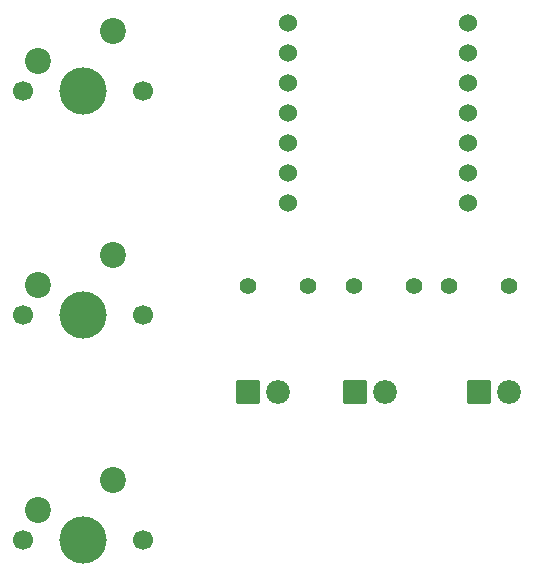
<source format=gbr>
%TF.GenerationSoftware,KiCad,Pcbnew,9.0.3*%
%TF.CreationDate,2025-07-19T14:34:55-07:00*%
%TF.ProjectId,aurorapcbworkshop,6175726f-7261-4706-9362-776f726b7368,rev?*%
%TF.SameCoordinates,Original*%
%TF.FileFunction,Soldermask,Bot*%
%TF.FilePolarity,Negative*%
%FSLAX46Y46*%
G04 Gerber Fmt 4.6, Leading zero omitted, Abs format (unit mm)*
G04 Created by KiCad (PCBNEW 9.0.3) date 2025-07-19 14:34:55*
%MOMM*%
%LPD*%
G01*
G04 APERTURE LIST*
G04 Aperture macros list*
%AMRoundRect*
0 Rectangle with rounded corners*
0 $1 Rounding radius*
0 $2 $3 $4 $5 $6 $7 $8 $9 X,Y pos of 4 corners*
0 Add a 4 corners polygon primitive as box body*
4,1,4,$2,$3,$4,$5,$6,$7,$8,$9,$2,$3,0*
0 Add four circle primitives for the rounded corners*
1,1,$1+$1,$2,$3*
1,1,$1+$1,$4,$5*
1,1,$1+$1,$6,$7*
1,1,$1+$1,$8,$9*
0 Add four rect primitives between the rounded corners*
20,1,$1+$1,$2,$3,$4,$5,0*
20,1,$1+$1,$4,$5,$6,$7,0*
20,1,$1+$1,$6,$7,$8,$9,0*
20,1,$1+$1,$8,$9,$2,$3,0*%
G04 Aperture macros list end*
%ADD10C,1.524000*%
%ADD11C,1.700000*%
%ADD12C,4.000000*%
%ADD13C,2.200000*%
%ADD14C,1.400000*%
%ADD15RoundRect,0.102000X-0.907500X-0.907500X0.907500X-0.907500X0.907500X0.907500X-0.907500X0.907500X0*%
%ADD16C,2.019000*%
G04 APERTURE END LIST*
D10*
%TO.C,U2*%
X178260000Y-110260000D03*
X178260000Y-112800000D03*
X178260000Y-115340000D03*
X178260000Y-117880000D03*
X178260000Y-120420000D03*
X178260000Y-122960000D03*
X178260000Y-125500000D03*
X193500000Y-125500000D03*
X193500000Y-122960000D03*
X193500000Y-120420000D03*
X193500000Y-117880000D03*
X193500000Y-115340000D03*
X193500000Y-112800000D03*
X193500000Y-110260000D03*
%TD*%
D11*
%TO.C,SW3*%
X155840000Y-154000000D03*
D12*
X160920000Y-154000000D03*
D11*
X166000000Y-154000000D03*
D13*
X163460000Y-148920000D03*
X157110000Y-151460000D03*
%TD*%
D11*
%TO.C,SW2*%
X155840000Y-135000000D03*
D12*
X160920000Y-135000000D03*
D11*
X166000000Y-135000000D03*
D13*
X163460000Y-129920000D03*
X157110000Y-132460000D03*
%TD*%
D14*
%TO.C,R3*%
X191920000Y-132500000D03*
X197000000Y-132500000D03*
%TD*%
%TO.C,R2*%
X174920000Y-132500000D03*
X180000000Y-132500000D03*
%TD*%
%TO.C,R1*%
X183920000Y-132500000D03*
X189000000Y-132500000D03*
%TD*%
D15*
%TO.C,D3*%
X174920000Y-141500000D03*
D16*
X177460000Y-141500000D03*
%TD*%
D15*
%TO.C,D2*%
X183960000Y-141500000D03*
D16*
X186500000Y-141500000D03*
%TD*%
D15*
%TO.C,D1*%
X194460000Y-141500000D03*
D16*
X197000000Y-141500000D03*
%TD*%
D11*
%TO.C,SW1*%
X155840000Y-116000000D03*
D12*
X160920000Y-116000000D03*
D11*
X166000000Y-116000000D03*
D13*
X163460000Y-110920000D03*
X157110000Y-113460000D03*
%TD*%
M02*

</source>
